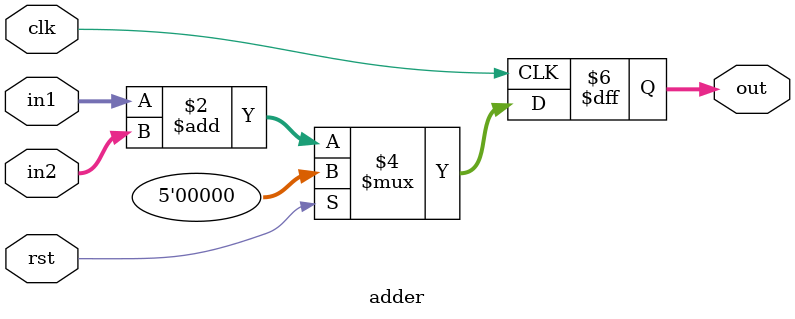
<source format=sv>

module adder( clk, rst, in1, in2, out );
    input clk, rst;
    input [3:0] in1, in2;
    output reg [4:0] out;

    always @( posedge clk )
    begin
        if( rst )
            out <= 5'd0;
        else
            out <= in1 + in2;
    end
endmodule

</source>
